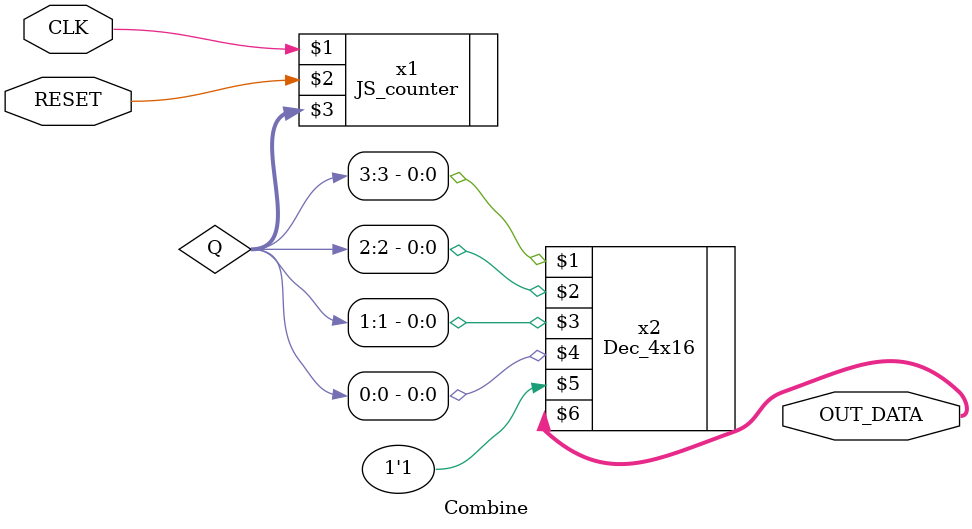
<source format=v>
module Combine(CLK, RESET, OUT_DATA);
	input CLK, RESET;
	output [15:0] OUT_DATA;
	wire [3:0]Q;
	parameter En = 1'b1;
	//Dec_4x16 (A, B, C, D, En, OUTPUT);
	//JS_counter (CLK, CLR, Q);
	JS_counter x1(CLK, RESET, Q);
	Dec_4x16 x2(Q[3],Q[2],Q[1],Q[0],En,OUT_DATA);
	
endmodule
</source>
